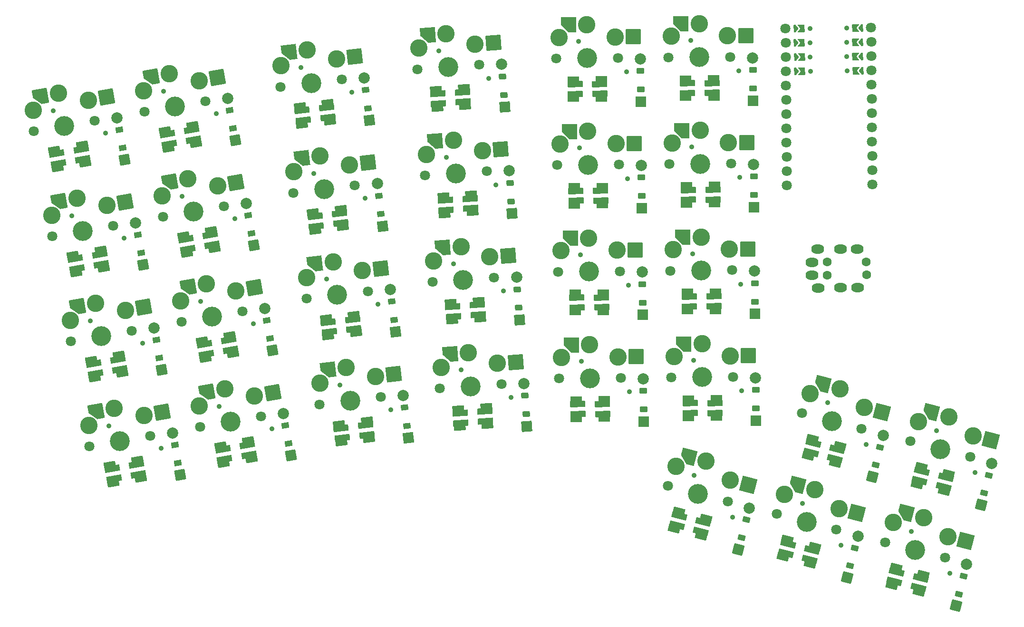
<source format=gbr>
%TF.GenerationSoftware,KiCad,Pcbnew,7.0.10-7.0.10~ubuntu22.04.1*%
%TF.CreationDate,2024-02-29T19:07:42-07:00*%
%TF.ProjectId,boardPcb,626f6172-6450-4636-922e-6b696361645f,v1.0.0*%
%TF.SameCoordinates,Original*%
%TF.FileFunction,Soldermask,Bot*%
%TF.FilePolarity,Negative*%
%FSLAX46Y46*%
G04 Gerber Fmt 4.6, Leading zero omitted, Abs format (unit mm)*
G04 Created by KiCad (PCBNEW 7.0.10-7.0.10~ubuntu22.04.1) date 2024-02-29 19:07:42*
%MOMM*%
%LPD*%
G01*
G04 APERTURE LIST*
G04 Aperture macros list*
%AMRoundRect*
0 Rectangle with rounded corners*
0 $1 Rounding radius*
0 $2 $3 $4 $5 $6 $7 $8 $9 X,Y pos of 4 corners*
0 Add a 4 corners polygon primitive as box body*
4,1,4,$2,$3,$4,$5,$6,$7,$8,$9,$2,$3,0*
0 Add four circle primitives for the rounded corners*
1,1,$1+$1,$2,$3*
1,1,$1+$1,$4,$5*
1,1,$1+$1,$6,$7*
1,1,$1+$1,$8,$9*
0 Add four rect primitives between the rounded corners*
20,1,$1+$1,$2,$3,$4,$5,0*
20,1,$1+$1,$4,$5,$6,$7,0*
20,1,$1+$1,$6,$7,$8,$9,0*
20,1,$1+$1,$8,$9,$2,$3,0*%
%AMHorizOval*
0 Thick line with rounded ends*
0 $1 width*
0 $2 $3 position (X,Y) of the first rounded end (center of the circle)*
0 $4 $5 position (X,Y) of the second rounded end (center of the circle)*
0 Add line between two ends*
20,1,$1,$2,$3,$4,$5,0*
0 Add two circle primitives to create the rounded ends*
1,1,$1,$2,$3*
1,1,$1,$4,$5*%
%AMFreePoly0*
4,1,14,1.335355,1.335355,1.350000,1.300000,1.350000,-1.300000,1.335355,-1.335355,1.300000,-1.350000,0.000000,-1.350000,-0.035355,-1.335355,-1.335355,-0.035355,-1.350000,0.000000,-1.350000,1.300000,-1.335355,1.335355,-1.300000,1.350000,1.300000,1.350000,1.335355,1.335355,1.335355,1.335355,$1*%
%AMFreePoly1*
4,1,16,-0.214645,0.660355,-0.210957,0.656235,0.289043,0.031235,0.299694,-0.005522,0.289043,-0.031235,-0.210957,-0.656235,-0.244478,-0.674694,-0.250000,-0.675000,-0.500000,-0.675000,-0.535355,-0.660355,-0.550000,-0.625000,-0.550000,0.625000,-0.535355,0.660355,-0.500000,0.675000,-0.250000,0.675000,-0.214645,0.660355,-0.214645,0.660355,$1*%
%AMFreePoly2*
4,1,16,0.535355,0.660355,0.550000,0.625000,0.550000,-0.625000,0.535355,-0.660355,0.500000,-0.675000,-0.650000,-0.675000,-0.685355,-0.660355,-0.700000,-0.625000,-0.689043,-0.593765,-0.214031,0.000000,-0.689043,0.593765,-0.699694,0.630522,-0.681235,0.664043,-0.650000,0.675000,0.500000,0.675000,0.535355,0.660355,0.535355,0.660355,$1*%
G04 Aperture macros list end*
%ADD10RoundRect,0.050000X0.896724X-0.881208X0.881208X0.896724X-0.896724X0.881208X-0.881208X-0.896724X0*%
%ADD11RoundRect,0.050000X0.603904X-0.444747X0.596050X0.455219X-0.603904X0.444747X-0.596050X-0.455219X0*%
%ADD12C,2.005000*%
%ADD13RoundRect,0.050000X1.029867X-0.721121X0.721121X1.029867X-1.029867X0.721121X-0.721121X-1.029867X0*%
%ADD14RoundRect,0.050000X0.669026X-0.338975X0.512743X0.547352X-0.669026X0.338975X-0.512743X-0.547352X0*%
%ADD15RoundRect,0.050000X0.948848X-0.824821X0.824821X0.948848X-0.948848X0.824821X-0.824821X-0.948848X0*%
%ADD16RoundRect,0.050000X0.629929X-0.407050X0.567148X0.490758X-0.629929X0.407050X-0.567148X-0.490758X0*%
%ADD17RoundRect,0.050000X-1.295587X-0.511325X1.304314X-0.488636X1.295587X0.511325X-1.304314X0.488636X0*%
%ADD18RoundRect,0.050000X-0.994726X-0.608704X1.005198X-0.591251X0.994726X0.608704X-1.005198X0.591251X0*%
%ADD19RoundRect,0.050000X0.638095X-1.083271X1.083271X0.638095X-0.638095X1.083271X-1.083271X-0.638095X0*%
%ADD20RoundRect,0.050000X0.468218X-0.585894X0.693560X0.285438X-0.468218X0.585894X-0.693560X-0.285438X0*%
%ADD21C,1.801800*%
%ADD22C,3.100000*%
%ADD23C,3.529000*%
%ADD24FreePoly0,7.000000*%
%ADD25C,0.900000*%
%ADD26RoundRect,0.050000X-1.131880X-1.448740X1.448740X-1.131880X1.131880X1.448740X-1.448740X1.131880X0*%
%ADD27RoundRect,0.050000X-1.193426X-0.718147X1.367074X-0.266661X1.193426X0.718147X-1.367074X0.266661X0*%
%ADD28RoundRect,0.050000X-0.880619X-0.764533X1.088997X-0.417236X0.880619X0.764533X-1.088997X0.417236X0*%
%ADD29FreePoly0,0.500000*%
%ADD30RoundRect,0.050000X-1.288606X-1.311295X1.311295X-1.288606X1.288606X1.311295X-1.311295X1.288606X0*%
%ADD31RoundRect,0.050000X0.990715X-0.774032X0.774032X0.990715X-0.990715X0.774032X-0.774032X-0.990715X0*%
%ADD32RoundRect,0.050000X0.650369X-0.373524X0.540686X0.519767X-0.650369X0.373524X-0.540686X-0.519767X0*%
%ADD33C,1.600000*%
%ADD34HorizOval,1.700000X-0.299989X-0.002618X0.299989X0.002618X0*%
%ADD35RoundRect,0.050000X-1.229375X-0.654703X1.351245X-0.337843X1.229375X0.654703X-1.351245X0.337843X0*%
%ADD36RoundRect,0.050000X-0.919425X-0.717397X1.065668X-0.473658X0.919425X0.717397X-1.065668X0.473658X0*%
%ADD37FreePoly0,10.000000*%
%ADD38RoundRect,0.050000X-1.054507X-1.505993X1.505993X-1.054507X1.054507X1.505993X-1.505993X1.054507X0*%
%ADD39RoundRect,0.050000X-1.383782X-0.158580X1.133402X-0.809568X1.383782X0.158580X-1.133402X0.809568X0*%
%ADD40RoundRect,0.050000X-1.118376X-0.330509X0.817920X-0.831269X1.118376X0.330509X-0.817920X0.831269X0*%
%ADD41FreePoly0,4.000000*%
%ADD42RoundRect,0.050000X-1.206150X-1.387517X1.387517X-1.206150X1.206150X1.387517X-1.387517X1.206150X0*%
%ADD43FreePoly0,345.500000*%
%ADD44RoundRect,0.050000X-1.584086X-0.933098X0.933098X-1.584086X1.584086X0.933098X-0.933098X1.584086X0*%
%ADD45HorizOval,1.800000X0.000000X0.000000X0.000000X0.000000X0*%
%ADD46FreePoly1,0.500000*%
%ADD47FreePoly2,0.500000*%
%ADD48HorizOval,1.800000X0.000000X0.000000X0.000000X0.000000X0*%
%ADD49FreePoly2,180.500000*%
%ADD50FreePoly1,180.500000*%
%ADD51RoundRect,0.050000X-1.261955X-0.589465X1.331712X-0.408099X1.261955X0.589465X-1.331712X0.408099X0*%
%ADD52RoundRect,0.050000X-0.955710X-0.668295X1.039418X-0.528782X0.955710X0.668295X-1.039418X0.528782X0*%
G04 APERTURE END LIST*
D10*
%TO.C,D17*%
X226301341Y-175114482D03*
D11*
X226282492Y-172954564D03*
X226253694Y-169654690D03*
D12*
X226234845Y-167494772D03*
%TD*%
D13*
%TO.C,D3*%
X137149998Y-147230922D03*
D14*
X136774917Y-145103737D03*
X136201879Y-141853871D03*
D12*
X135826798Y-139726686D03*
%TD*%
D15*
%TO.C,D15*%
X202871549Y-138054021D03*
D16*
X202720875Y-135899283D03*
X202490679Y-132607321D03*
D12*
X202340005Y-130452583D03*
%TD*%
D17*
%TO.C,LED17*%
X214573992Y-172031704D03*
X214589263Y-173781637D03*
X218989096Y-173743240D03*
X218973825Y-171993307D03*
D18*
X214267677Y-171309349D03*
X214295602Y-174509227D03*
X219295411Y-174465595D03*
X219267486Y-171265717D03*
%TD*%
D10*
%TO.C,D22*%
X246134775Y-155940674D03*
D11*
X246115926Y-153780756D03*
X246087128Y-150480882D03*
D12*
X246068279Y-148320964D03*
%TD*%
D19*
%TO.C,D28*%
X267043658Y-184951979D03*
D20*
X267584479Y-182860780D03*
X268410733Y-179665892D03*
D12*
X268951554Y-177574693D03*
%TD*%
D17*
%TO.C,LED24*%
X234075818Y-114859343D03*
X234091089Y-116609276D03*
X238490922Y-116570879D03*
X238475651Y-114820946D03*
D18*
X233769503Y-114136988D03*
X233797428Y-117336866D03*
X238797237Y-117293234D03*
X238769312Y-114093356D03*
%TD*%
D13*
%TO.C,D6*%
X160145469Y-162469306D03*
D14*
X159770388Y-160342121D03*
X159197350Y-157092255D03*
D12*
X158822269Y-154965070D03*
%TD*%
D21*
%TO.C,S12*%
X161628660Y-115521258D03*
D22*
X161667923Y-111738276D03*
X166362541Y-108945327D03*
D23*
X167087664Y-114850977D03*
D22*
X171593385Y-110519582D03*
D21*
X172546668Y-114180696D03*
D24*
X163111953Y-109344449D03*
D25*
X165233237Y-112056143D03*
X174340160Y-116479257D03*
D26*
X174843973Y-110120460D03*
%TD*%
D10*
%TO.C,D23*%
X245968971Y-136941398D03*
D11*
X245950122Y-134781480D03*
X245921324Y-131481606D03*
D12*
X245902475Y-129321688D03*
%TD*%
D27*
%TO.C,LED6*%
X148070148Y-161364376D03*
X148374032Y-163087790D03*
X152707186Y-162323738D03*
X152403302Y-160600324D03*
D28*
X147648811Y-160702485D03*
X148204485Y-163853870D03*
X153128523Y-162985629D03*
X152572849Y-159834244D03*
%TD*%
D10*
%TO.C,D21*%
X246300579Y-174939951D03*
D11*
X246281730Y-172780033D03*
X246252932Y-169480159D03*
D12*
X246234083Y-167320241D03*
%TD*%
D21*
%TO.C,S18*%
X211067953Y-148436401D03*
D22*
X211535210Y-144682180D03*
X216515821Y-142438632D03*
D23*
X216567744Y-148388405D03*
D22*
X221534829Y-144594915D03*
D21*
X222067535Y-148340409D03*
D29*
X213240946Y-142467211D03*
D25*
X215041622Y-145401609D03*
X223589294Y-150827224D03*
D30*
X224809704Y-144566336D03*
%TD*%
D19*
%TO.C,D29*%
X286406611Y-189959579D03*
D20*
X286947432Y-187868380D03*
X287773686Y-184673492D03*
D12*
X288314507Y-182582293D03*
%TD*%
D21*
%TO.C,S17*%
X211233757Y-167435677D03*
D22*
X211701014Y-163681456D03*
X216681625Y-161437908D03*
D23*
X216733548Y-167387681D03*
D22*
X221700633Y-163594191D03*
D21*
X222233339Y-167339685D03*
D29*
X213406750Y-161466487D03*
D25*
X215207426Y-164400885D03*
X223755098Y-169826500D03*
D30*
X224975508Y-163565612D03*
%TD*%
D31*
%TO.C,D12*%
X177468652Y-121445004D03*
D32*
X177205414Y-119301104D03*
X176803246Y-116025702D03*
D12*
X176540008Y-113881802D03*
%TD*%
D13*
%TO.C,D2*%
X140449314Y-165942269D03*
D14*
X140074233Y-163815084D03*
X139501195Y-160565218D03*
D12*
X139126114Y-158438033D03*
%TD*%
D33*
%TO.C,TRRS1*%
X265954519Y-146657363D03*
X258954785Y-146718449D03*
X265974590Y-148957275D03*
X258974856Y-149018361D03*
D34*
X256254888Y-146742010D03*
X256274959Y-149041923D03*
X257334775Y-144432499D03*
X257394988Y-151332236D03*
X261334623Y-144397593D03*
X261394836Y-151297330D03*
X264334509Y-144371413D03*
X264394722Y-151271150D03*
%TD*%
D35*
%TO.C,LED10*%
X170098744Y-157426370D03*
X170312015Y-159163325D03*
X174679218Y-158627100D03*
X174465947Y-156890145D03*
D36*
X169712625Y-156743335D03*
X170102607Y-159919482D03*
X175065337Y-159310135D03*
X174675355Y-156133988D03*
%TD*%
D21*
%TO.C,S4*%
X117722374Y-123432948D03*
D22*
X117563598Y-119653095D03*
X122105610Y-116618277D03*
D23*
X123138817Y-122477883D03*
D22*
X127411675Y-117916613D03*
D21*
X128555260Y-121522818D03*
D37*
X118880365Y-117186975D03*
D25*
X121140661Y-119783932D03*
X130466592Y-123724365D03*
D38*
X130636920Y-117347915D03*
%TD*%
D35*
%TO.C,LED11*%
X167783226Y-138567993D03*
X167996497Y-140304948D03*
X172363700Y-139768723D03*
X172150429Y-138031768D03*
D36*
X167397107Y-137884958D03*
X167787089Y-141061105D03*
X172749819Y-140451758D03*
X172359837Y-137275611D03*
%TD*%
D39*
%TO.C,LED28*%
X256513791Y-178938982D03*
X256075626Y-180633240D03*
X260335475Y-181734912D03*
X260773640Y-180040654D03*
D40*
X256404872Y-178161961D03*
X255603656Y-181260033D03*
X260444394Y-182511933D03*
X261245610Y-179413861D03*
%TD*%
D21*
%TO.C,S11*%
X163944178Y-134379635D03*
D22*
X163983441Y-130596653D03*
X168678059Y-127803704D03*
D23*
X169403182Y-133709354D03*
D22*
X173908903Y-129377959D03*
D21*
X174862186Y-133039073D03*
D24*
X165427471Y-128202826D03*
D25*
X167548755Y-130914520D03*
X176655678Y-135337634D03*
D26*
X177159491Y-128978837D03*
%TD*%
D17*
%TO.C,LED18*%
X214408188Y-153032427D03*
X214423459Y-154782360D03*
X218823292Y-154743963D03*
X218808021Y-152994030D03*
D18*
X214101873Y-152310072D03*
X214129798Y-155509950D03*
X219129607Y-155466318D03*
X219101682Y-152266440D03*
%TD*%
D10*
%TO.C,D19*%
X225969732Y-137115929D03*
D11*
X225950883Y-134956011D03*
X225922085Y-131656137D03*
D12*
X225903236Y-129496219D03*
%TD*%
D39*
%TO.C,LED26*%
X252022917Y-196896418D03*
X251584752Y-198590676D03*
X255844601Y-199692348D03*
X256282766Y-197998090D03*
D40*
X251913998Y-196119397D03*
X251112782Y-199217469D03*
X255953520Y-200469369D03*
X256754736Y-197371297D03*
%TD*%
D21*
%TO.C,S15*%
X187363291Y-131309393D03*
D22*
X187600486Y-127533649D03*
X192434842Y-124990226D03*
D23*
X192849893Y-130925732D03*
D22*
X197576126Y-126836084D03*
D21*
X198336495Y-130542071D03*
D41*
X189167820Y-125218678D03*
D25*
X191144278Y-128037675D03*
X200007233Y-132931347D03*
D42*
X200843149Y-126607632D03*
%TD*%
D19*
%TO.C,D25*%
X243189831Y-197901814D03*
D20*
X243730652Y-195810615D03*
X244556906Y-192615727D03*
D12*
X245097727Y-190524528D03*
%TD*%
D39*
%TO.C,LED25*%
X232659964Y-191888818D03*
X232221799Y-193583076D03*
X236481648Y-194684748D03*
X236919813Y-192990490D03*
D40*
X232551045Y-191111797D03*
X231749829Y-194209869D03*
X236590567Y-195461769D03*
X237391783Y-192363697D03*
%TD*%
D35*
%TO.C,LED12*%
X165467709Y-119709616D03*
X165680980Y-121446571D03*
X170048183Y-120910346D03*
X169834912Y-119173391D03*
D36*
X165081590Y-119026581D03*
X165471572Y-122202728D03*
X170434302Y-121593381D03*
X170044320Y-118417234D03*
%TD*%
D27*
%TO.C,LED2*%
X128373993Y-164837339D03*
X128677877Y-166560753D03*
X133011031Y-165796701D03*
X132707147Y-164073287D03*
D28*
X127952656Y-164175448D03*
X128508330Y-167326833D03*
X133432368Y-166458592D03*
X132876694Y-163307207D03*
%TD*%
D21*
%TO.C,S19*%
X210902149Y-129437124D03*
D22*
X211369406Y-125682903D03*
X216350017Y-123439355D03*
D23*
X216401940Y-129389128D03*
D22*
X221369025Y-125595638D03*
D21*
X221901731Y-129341132D03*
D29*
X213075142Y-123467934D03*
D25*
X214875818Y-126402332D03*
X223423490Y-131827947D03*
D30*
X224643900Y-125567059D03*
%TD*%
D17*
%TO.C,LED19*%
X214242384Y-134033151D03*
X214257655Y-135783084D03*
X218657488Y-135744687D03*
X218642217Y-133994754D03*
D18*
X213936069Y-133310796D03*
X213963994Y-136510674D03*
X218963803Y-136467042D03*
X218935878Y-133267164D03*
%TD*%
D21*
%TO.C,S23*%
X230901387Y-129262593D03*
D22*
X231368644Y-125508372D03*
X236349255Y-123264824D03*
D23*
X236401178Y-129214597D03*
D22*
X241368263Y-125421107D03*
D21*
X241900969Y-129166601D03*
D29*
X233074380Y-123293403D03*
D25*
X234875056Y-126227801D03*
X243422728Y-131653416D03*
D30*
X244643138Y-125392528D03*
%TD*%
D19*
%TO.C,D26*%
X262552784Y-202909414D03*
D20*
X263093605Y-200818215D03*
X263919859Y-197623327D03*
D12*
X264460680Y-195532128D03*
%TD*%
D21*
%TO.C,S24*%
X230735583Y-110263317D03*
D22*
X231202840Y-106509096D03*
X236183451Y-104265548D03*
D23*
X236235374Y-110215321D03*
D22*
X241202459Y-106421831D03*
D21*
X241735165Y-110167325D03*
D29*
X232908576Y-104294127D03*
D25*
X234709252Y-107228525D03*
X243256924Y-112654140D03*
D30*
X244477334Y-106393252D03*
%TD*%
D21*
%TO.C,S5*%
X147316475Y-176094027D03*
D22*
X147157699Y-172314174D03*
X151699711Y-169279356D03*
D23*
X152732918Y-175138962D03*
D22*
X157005776Y-170577692D03*
D21*
X158149361Y-174183897D03*
D37*
X148474466Y-169848054D03*
D25*
X150734762Y-172445011D03*
X160060693Y-176385444D03*
D38*
X160231021Y-170008994D03*
%TD*%
D27*
%TO.C,LED3*%
X125074678Y-146125992D03*
X125378562Y-147849406D03*
X129711716Y-147085354D03*
X129407832Y-145361940D03*
D28*
X124653341Y-145464101D03*
X125209015Y-148615486D03*
X130133053Y-147747245D03*
X129577379Y-144595860D03*
%TD*%
D21*
%TO.C,S29*%
X273839864Y-178642645D03*
D22*
X275262863Y-175137281D03*
X280654437Y-174259257D03*
D23*
X279164676Y-180019735D03*
D22*
X284944339Y-177641081D03*
D21*
X284489488Y-181396825D03*
D43*
X277483754Y-173439262D03*
D25*
X278463595Y-176739722D03*
X285315759Y-184192764D03*
D44*
X288115023Y-178461076D03*
%TD*%
D21*
%TO.C,S28*%
X254476911Y-173635045D03*
D22*
X255899910Y-170129681D03*
X261291484Y-169251657D03*
D23*
X259801723Y-175012135D03*
D22*
X265581386Y-172633481D03*
D21*
X265126535Y-176389225D03*
D43*
X258120801Y-168431662D03*
D25*
X259100642Y-171732122D03*
X265952806Y-179185164D03*
D44*
X268752070Y-173453476D03*
%TD*%
D21*
%TO.C,S2*%
X124321004Y-160855643D03*
D22*
X124162228Y-157075790D03*
X128704240Y-154040972D03*
D23*
X129737447Y-159900578D03*
D22*
X134010305Y-155339308D03*
D21*
X135153890Y-158945513D03*
D37*
X125478995Y-154609670D03*
D25*
X127739291Y-157206627D03*
X137065222Y-161147060D03*
D38*
X137235550Y-154770610D03*
%TD*%
D13*
%TO.C,D1*%
X143748629Y-184653616D03*
D14*
X143373548Y-182526431D03*
X142800510Y-179276565D03*
D12*
X142425429Y-177149380D03*
%TD*%
D21*
%TO.C,S1*%
X127620320Y-179566990D03*
D22*
X127461544Y-175787137D03*
X132003556Y-172752319D03*
D23*
X133036763Y-178611925D03*
D22*
X137309621Y-174050655D03*
D21*
X138453206Y-177656860D03*
D37*
X128778311Y-173321017D03*
D25*
X131038607Y-175917974D03*
X140364538Y-179858407D03*
D38*
X140534866Y-173481957D03*
%TD*%
D15*
%TO.C,D13*%
X205522295Y-175961455D03*
D16*
X205371621Y-173806717D03*
X205141425Y-170514755D03*
D12*
X204990751Y-168360017D03*
%TD*%
D17*
%TO.C,LED20*%
X214076580Y-115033874D03*
X214091851Y-116783807D03*
X218491684Y-116745410D03*
X218476413Y-114995477D03*
D18*
X213770265Y-114311519D03*
X213798190Y-117511397D03*
X218797999Y-117467765D03*
X218770074Y-114267887D03*
%TD*%
D21*
%TO.C,S27*%
X269348990Y-196600081D03*
D22*
X270771989Y-193094717D03*
X276163563Y-192216693D03*
D23*
X274673802Y-197977171D03*
D22*
X280453465Y-195598517D03*
D21*
X279998614Y-199354261D03*
D43*
X272992880Y-191396698D03*
D25*
X273972721Y-194697158D03*
X280824885Y-202150200D03*
D44*
X283624149Y-196418512D03*
%TD*%
D45*
%TO.C,*%
X251571417Y-105111296D03*
D46*
X253571341Y-105093843D03*
D47*
X254416309Y-105086469D03*
D25*
X255929252Y-105073266D03*
D45*
X251593583Y-107651199D03*
D46*
X253593507Y-107633746D03*
D47*
X254438475Y-107626372D03*
D25*
X255951417Y-107613169D03*
D45*
X251615748Y-110191103D03*
D46*
X253615672Y-110173650D03*
D47*
X254460640Y-110166276D03*
D25*
X255973582Y-110153072D03*
D45*
X251637914Y-112731006D03*
D46*
X253637837Y-112713553D03*
D47*
X254482805Y-112706179D03*
D25*
X255995748Y-112692976D03*
D45*
X251660079Y-115270909D03*
X251682244Y-117810813D03*
X251704410Y-120350716D03*
X251726575Y-122890619D03*
X251748741Y-125430522D03*
X251770906Y-127970426D03*
X251793071Y-130510329D03*
X251815237Y-133050232D03*
D48*
X267054657Y-132917240D03*
X267032491Y-130377337D03*
X267010326Y-127837433D03*
X266988160Y-125297530D03*
X266965995Y-122757627D03*
X266943830Y-120217723D03*
X266921664Y-117677820D03*
X266899499Y-115137917D03*
D25*
X262519499Y-112636044D03*
D49*
X264032442Y-112622841D03*
D50*
X264877410Y-112615467D03*
D48*
X266877333Y-112598014D03*
D25*
X262497334Y-110096141D03*
D49*
X264010276Y-110082937D03*
D50*
X264855244Y-110075563D03*
D48*
X266855168Y-110058110D03*
D25*
X262475168Y-107556237D03*
D49*
X263988111Y-107543034D03*
D50*
X264833079Y-107535660D03*
D48*
X266833003Y-107518207D03*
D25*
X262453003Y-105016334D03*
D49*
X263965945Y-105003131D03*
D50*
X264810913Y-104995757D03*
D48*
X266810837Y-104978304D03*
%TD*%
D21*
%TO.C,S16*%
X186037918Y-112355676D03*
D22*
X186275113Y-108579932D03*
X191109469Y-106036509D03*
D23*
X191524520Y-111972015D03*
D22*
X196250753Y-107882367D03*
D21*
X197011122Y-111588354D03*
D41*
X187842447Y-106264961D03*
D25*
X189818905Y-109083958D03*
X198681860Y-113977630D03*
D42*
X199517776Y-107653915D03*
%TD*%
D21*
%TO.C,S8*%
X137418529Y-119959985D03*
D22*
X137259753Y-116180132D03*
X141801765Y-113145314D03*
D23*
X142834972Y-119004920D03*
D22*
X147107830Y-114443650D03*
D21*
X148251415Y-118049855D03*
D37*
X138576520Y-113714012D03*
D25*
X140836816Y-116310969D03*
X150162747Y-120251402D03*
D38*
X150333075Y-113874952D03*
%TD*%
D10*
%TO.C,D20*%
X225803928Y-118116652D03*
D11*
X225785079Y-115956734D03*
X225756281Y-112656860D03*
D12*
X225737432Y-110496942D03*
%TD*%
D27*
%TO.C,LED5*%
X151369464Y-180075723D03*
X151673348Y-181799137D03*
X156006502Y-181035085D03*
X155702618Y-179311671D03*
D28*
X150948127Y-179413832D03*
X151503801Y-182565217D03*
X156427839Y-181696976D03*
X155872165Y-178545591D03*
%TD*%
D15*
%TO.C,D14*%
X204196922Y-157007738D03*
D16*
X204046248Y-154853000D03*
X203816052Y-151561038D03*
D12*
X203665378Y-149406300D03*
%TD*%
D21*
%TO.C,S3*%
X121021689Y-142144296D03*
D22*
X120862913Y-138364443D03*
X125404925Y-135329625D03*
D23*
X126438132Y-141189231D03*
D22*
X130710990Y-136627961D03*
D21*
X131854575Y-140234166D03*
D37*
X122179680Y-135898323D03*
D25*
X124439976Y-138495280D03*
X133765907Y-142435713D03*
D38*
X133936235Y-136059263D03*
%TD*%
D21*
%TO.C,S26*%
X249986037Y-191592481D03*
D22*
X251409036Y-188087117D03*
X256800610Y-187209093D03*
D23*
X255310849Y-192969571D03*
D22*
X261090512Y-190590917D03*
D21*
X260635661Y-194346661D03*
D43*
X253629927Y-186389098D03*
D25*
X254609768Y-189689558D03*
X261461932Y-197142600D03*
D44*
X264261196Y-191410912D03*
%TD*%
D38*
%TO.C,S6*%
X156931705Y-151297646D03*
D25*
X156761377Y-157674096D03*
X147435446Y-153733663D03*
D37*
X145175150Y-151136706D03*
D21*
X154850045Y-155472549D03*
D22*
X153706460Y-151866344D03*
D23*
X149433602Y-156427614D03*
D22*
X148400395Y-150568008D03*
X143858383Y-153602826D03*
D21*
X144017159Y-157382679D03*
%TD*%
%TO.C,S13*%
X190014037Y-169216827D03*
D22*
X190251232Y-165441083D03*
X195085588Y-162897660D03*
D23*
X195500639Y-168833166D03*
D22*
X200226872Y-164743518D03*
D21*
X200987241Y-168449505D03*
D41*
X191818566Y-163126112D03*
D25*
X193795024Y-165945109D03*
X202657979Y-170838781D03*
D42*
X203493895Y-164515066D03*
%TD*%
D21*
%TO.C,S22*%
X231067192Y-148261870D03*
D22*
X231534449Y-144507649D03*
X236515060Y-142264101D03*
D23*
X236566983Y-148213874D03*
D22*
X241534068Y-144420384D03*
D21*
X242066774Y-148165878D03*
D29*
X233240185Y-142292680D03*
D25*
X235040861Y-145227078D03*
X243588533Y-150652693D03*
D30*
X244808943Y-144391805D03*
%TD*%
D27*
%TO.C,LED1*%
X131673309Y-183548687D03*
X131977193Y-185272101D03*
X136310347Y-184508049D03*
X136006463Y-182784635D03*
D28*
X131251972Y-182886796D03*
X131807646Y-186038181D03*
X136731684Y-185169940D03*
X136176010Y-182018555D03*
%TD*%
D13*
%TO.C,D8*%
X153546838Y-125046611D03*
D14*
X153171757Y-122919426D03*
X152598719Y-119669560D03*
D12*
X152223638Y-117542375D03*
%TD*%
D27*
%TO.C,LED8*%
X141471518Y-123941681D03*
X141775402Y-125665095D03*
X146108556Y-124901043D03*
X145804672Y-123177629D03*
D28*
X141050181Y-123279790D03*
X141605855Y-126431175D03*
X146529893Y-125562934D03*
X145974219Y-122411549D03*
%TD*%
D21*
%TO.C,S20*%
X210736345Y-110437848D03*
D22*
X211203602Y-106683627D03*
X216184213Y-104440079D03*
D23*
X216236136Y-110389852D03*
D22*
X221203221Y-106596362D03*
D21*
X221735927Y-110341856D03*
D29*
X212909338Y-104468658D03*
D25*
X214710014Y-107403056D03*
X223257686Y-112828671D03*
D30*
X224478096Y-106567783D03*
%TD*%
D51*
%TO.C,LED16*%
X189652502Y-116739213D03*
X189774576Y-118484950D03*
X194163858Y-118178021D03*
X194041784Y-116432284D03*
D52*
X189302660Y-116036906D03*
X189525880Y-119229111D03*
X194513700Y-118880328D03*
X194290480Y-115688123D03*
%TD*%
D39*
%TO.C,LED29*%
X275876744Y-183946582D03*
X275438579Y-185640840D03*
X279698428Y-186742512D03*
X280136593Y-185048254D03*
D40*
X275767825Y-183169561D03*
X274966609Y-186267633D03*
X279807347Y-187519533D03*
X280608563Y-184421461D03*
%TD*%
D51*
%TO.C,LED13*%
X193628621Y-173600364D03*
X193750695Y-175346101D03*
X198139977Y-175039172D03*
X198017903Y-173293435D03*
D52*
X193278779Y-172898057D03*
X193501999Y-176090262D03*
X198489819Y-175741479D03*
X198266599Y-172549274D03*
%TD*%
D13*
%TO.C,D7*%
X156846153Y-143757958D03*
D14*
X156471072Y-141630773D03*
X155898034Y-138380907D03*
D12*
X155522953Y-136253722D03*
%TD*%
D21*
%TO.C,S21*%
X231232996Y-167261146D03*
D22*
X231700253Y-163506925D03*
X236680864Y-161263377D03*
D23*
X236732787Y-167213150D03*
D22*
X241699872Y-163419660D03*
D21*
X242232578Y-167165154D03*
D29*
X233405989Y-161291956D03*
D25*
X235206665Y-164226354D03*
X243754337Y-169651969D03*
D30*
X244974747Y-163391081D03*
%TD*%
D39*
%TO.C,LED27*%
X271385870Y-201904018D03*
X270947705Y-203598276D03*
X275207554Y-204699948D03*
X275645719Y-203005690D03*
D40*
X271276951Y-201126997D03*
X270475735Y-204225069D03*
X275316473Y-205476969D03*
X276117689Y-202378897D03*
%TD*%
D27*
%TO.C,LED4*%
X121775363Y-127414645D03*
X122079247Y-129138059D03*
X126412401Y-128374007D03*
X126108517Y-126650593D03*
D28*
X121354026Y-126752754D03*
X121909700Y-129904139D03*
X126833738Y-129035898D03*
X126278064Y-125884513D03*
%TD*%
D51*
%TO.C,LED14*%
X192303248Y-154646647D03*
X192425322Y-156392384D03*
X196814604Y-156085455D03*
X196692530Y-154339718D03*
D52*
X191953406Y-153944340D03*
X192176626Y-157136545D03*
X197164446Y-156787762D03*
X196941226Y-153595557D03*
%TD*%
D17*
%TO.C,LED21*%
X234573231Y-171857173D03*
X234588502Y-173607106D03*
X238988335Y-173568709D03*
X238973064Y-171818776D03*
D18*
X234266916Y-171134818D03*
X234294841Y-174334696D03*
X239294650Y-174291064D03*
X239266725Y-171091186D03*
%TD*%
D19*
%TO.C,D27*%
X281915737Y-207917014D03*
D20*
X282456558Y-205825815D03*
X283282812Y-202630927D03*
D12*
X283823633Y-200539728D03*
%TD*%
D31*
%TO.C,D9*%
X184415205Y-178020135D03*
D32*
X184151967Y-175876235D03*
X183749799Y-172600833D03*
D12*
X183486561Y-170456933D03*
%TD*%
D21*
%TO.C,S7*%
X140717844Y-138671332D03*
D22*
X140559068Y-134891479D03*
X145101080Y-131856661D03*
D23*
X146134287Y-137716267D03*
D22*
X150407145Y-133154997D03*
D21*
X151550730Y-136761202D03*
D37*
X141875835Y-132425359D03*
D25*
X144136131Y-135022316D03*
X153462062Y-138962749D03*
D38*
X153632390Y-132586299D03*
%TD*%
D27*
%TO.C,LED7*%
X144770833Y-142653029D03*
X145074717Y-144376443D03*
X149407871Y-143612391D03*
X149103987Y-141888977D03*
D28*
X144349496Y-141991138D03*
X144905170Y-145142523D03*
X149829208Y-144274282D03*
X149273534Y-141122897D03*
%TD*%
D21*
%TO.C,S25*%
X230623084Y-186584881D03*
D22*
X232046083Y-183079517D03*
X237437657Y-182201493D03*
D23*
X235947896Y-187961971D03*
D22*
X241727559Y-185583317D03*
D21*
X241272708Y-189339061D03*
D43*
X234266974Y-181381498D03*
D25*
X235246815Y-184681958D03*
X242098979Y-192135000D03*
D44*
X244898243Y-186403312D03*
%TD*%
D51*
%TO.C,LED15*%
X190977875Y-135692930D03*
X191099949Y-137438667D03*
X195489231Y-137131738D03*
X195367157Y-135386001D03*
D52*
X190628033Y-134990623D03*
X190851253Y-138182828D03*
X195839073Y-137834045D03*
X195615853Y-134641840D03*
%TD*%
D21*
%TO.C,S14*%
X188688664Y-150263110D03*
D22*
X188925859Y-146487366D03*
X193760215Y-143943943D03*
D23*
X194175266Y-149879449D03*
D22*
X198901499Y-145789801D03*
D21*
X199661868Y-149495788D03*
D41*
X190493193Y-144172395D03*
D25*
X192469651Y-146991392D03*
X201332606Y-151885064D03*
D42*
X202168522Y-145561349D03*
%TD*%
D15*
%TO.C,D16*%
X201546176Y-119100304D03*
D16*
X201395502Y-116945566D03*
X201165306Y-113653604D03*
D12*
X201014632Y-111498866D03*
%TD*%
D10*
%TO.C,D18*%
X226135537Y-156115205D03*
D11*
X226116688Y-153955287D03*
X226087890Y-150655413D03*
D12*
X226069041Y-148495495D03*
%TD*%
D10*
%TO.C,D24*%
X245803167Y-117942121D03*
D11*
X245784318Y-115782203D03*
X245755520Y-112482329D03*
D12*
X245736671Y-110322411D03*
%TD*%
D13*
%TO.C,D4*%
X133850683Y-128519575D03*
D14*
X133475602Y-126392390D03*
X132902564Y-123142524D03*
D12*
X132527483Y-121015339D03*
%TD*%
D21*
%TO.C,S10*%
X166259695Y-153238012D03*
D22*
X166298958Y-149455030D03*
X170993576Y-146662081D03*
D23*
X171718699Y-152567731D03*
D22*
X176224420Y-148236336D03*
D21*
X177177703Y-151897450D03*
D24*
X167742988Y-147061203D03*
D25*
X169864272Y-149772897D03*
X178971195Y-154196011D03*
D26*
X179475008Y-147837214D03*
%TD*%
D13*
%TO.C,D5*%
X163444784Y-181180653D03*
D14*
X163069703Y-179053468D03*
X162496665Y-175803602D03*
D12*
X162121584Y-173676417D03*
%TD*%
D35*
%TO.C,LED9*%
X172414261Y-176284747D03*
X172627532Y-178021702D03*
X176994735Y-177485477D03*
X176781464Y-175748522D03*
D36*
X172028142Y-175601712D03*
X172418124Y-178777859D03*
X177380854Y-178168512D03*
X176990872Y-174992365D03*
%TD*%
D31*
%TO.C,D11*%
X179784170Y-140303381D03*
D32*
X179520932Y-138159481D03*
X179118764Y-134884079D03*
D12*
X178855526Y-132740179D03*
%TD*%
D21*
%TO.C,S9*%
X168575213Y-172096389D03*
D22*
X168614476Y-168313407D03*
X173309094Y-165520458D03*
D23*
X174034217Y-171426108D03*
D22*
X178539938Y-167094713D03*
D21*
X179493221Y-170755827D03*
D24*
X170058506Y-165919580D03*
D25*
X172179790Y-168631274D03*
X181286713Y-173054388D03*
D26*
X181790526Y-166695591D03*
%TD*%
D17*
%TO.C,LED22*%
X234407426Y-152857896D03*
X234422697Y-154607829D03*
X238822530Y-154569432D03*
X238807259Y-152819499D03*
D18*
X234101111Y-152135541D03*
X234129036Y-155335419D03*
X239128845Y-155291787D03*
X239100920Y-152091909D03*
%TD*%
D31*
%TO.C,D10*%
X182099687Y-159161758D03*
D32*
X181836449Y-157017858D03*
X181434281Y-153742456D03*
D12*
X181171043Y-151598556D03*
%TD*%
D17*
%TO.C,LED23*%
X234241622Y-133858620D03*
X234256893Y-135608553D03*
X238656726Y-135570156D03*
X238641455Y-133820223D03*
D18*
X233935307Y-133136265D03*
X233963232Y-136336143D03*
X238963041Y-136292511D03*
X238935116Y-133092633D03*
%TD*%
M02*

</source>
